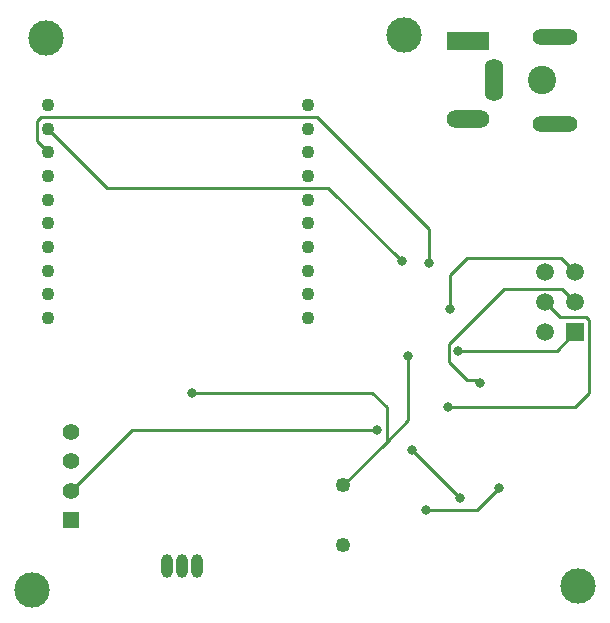
<source format=gbl>
G04*
G04 #@! TF.GenerationSoftware,Altium Limited,Altium Designer,20.2.3 (150)*
G04*
G04 Layer_Physical_Order=2*
G04 Layer_Color=16711680*
%FSLAX25Y25*%
%MOIN*%
G70*
G04*
G04 #@! TF.SameCoordinates,EDF52478-F8C3-47BA-AB45-1EA7DCE04F01*
G04*
G04*
G04 #@! TF.FilePolarity,Positive*
G04*
G01*
G75*
%ADD14C,0.01000*%
%ADD22R,0.05906X0.05906*%
%ADD41R,0.14173X0.06299*%
G04:AMPARAMS|DCode=42|XSize=62.99mil|YSize=141.73mil|CornerRadius=31.5mil|HoleSize=0mil|Usage=FLASHONLY|Rotation=270.000|XOffset=0mil|YOffset=0mil|HoleType=Round|Shape=RoundedRectangle|*
%AMROUNDEDRECTD42*
21,1,0.06299,0.07874,0,0,270.0*
21,1,0.00000,0.14173,0,0,270.0*
1,1,0.06299,-0.03937,0.00000*
1,1,0.06299,-0.03937,0.00000*
1,1,0.06299,0.03937,0.00000*
1,1,0.06299,0.03937,0.00000*
%
%ADD42ROUNDEDRECTD42*%
G04:AMPARAMS|DCode=43|XSize=141.73mil|YSize=62.99mil|CornerRadius=31.5mil|HoleSize=0mil|Usage=FLASHONLY|Rotation=270.000|XOffset=0mil|YOffset=0mil|HoleType=Round|Shape=RoundedRectangle|*
%AMROUNDEDRECTD43*
21,1,0.14173,0.00000,0,0,270.0*
21,1,0.07874,0.06299,0,0,270.0*
1,1,0.06299,0.00000,-0.03937*
1,1,0.06299,0.00000,0.03937*
1,1,0.06299,0.00000,0.03937*
1,1,0.06299,0.00000,-0.03937*
%
%ADD43ROUNDEDRECTD43*%
%ADD44C,0.09449*%
G04:AMPARAMS|DCode=45|XSize=55.12mil|YSize=149.61mil|CornerRadius=27.56mil|HoleSize=0mil|Usage=FLASHONLY|Rotation=270.000|XOffset=0mil|YOffset=0mil|HoleType=Round|Shape=RoundedRectangle|*
%AMROUNDEDRECTD45*
21,1,0.05512,0.09449,0,0,270.0*
21,1,0.00000,0.14961,0,0,270.0*
1,1,0.05512,-0.04724,0.00000*
1,1,0.05512,-0.04724,0.00000*
1,1,0.05512,0.04724,0.00000*
1,1,0.05512,0.04724,0.00000*
%
%ADD45ROUNDEDRECTD45*%
%ADD52C,0.05575*%
%ADD53R,0.05575X0.05575*%
%ADD54C,0.11811*%
%ADD55C,0.04331*%
%ADD56O,0.03937X0.07874*%
%ADD57O,0.03937X0.07874*%
%ADD58C,0.05906*%
%ADD59C,0.04921*%
%ADD60C,0.03150*%
D14*
X155200Y33700D02*
X162500Y41000D01*
X138200Y33700D02*
X155200D01*
X125100Y56600D02*
X132400Y63900D01*
Y85276D01*
X105474Y141300D02*
X130126Y116648D01*
X31956Y141300D02*
X105474D01*
X12386Y160870D02*
X31956Y141300D01*
X133700Y53700D02*
X149500Y37900D01*
X20000Y40158D02*
X40342Y60500D01*
X121926D01*
X60300Y72700D02*
X120400D01*
X125100Y68000D01*
Y56600D02*
Y68000D01*
X110500Y42000D02*
X125100Y56600D01*
X8700Y156682D02*
X12386Y152996D01*
X8700Y156682D02*
Y163500D01*
X10000Y164800D01*
X102000D01*
X139300Y127500D01*
Y116024D02*
Y127500D01*
X154900Y77200D02*
X156100Y76000D01*
X152000Y77200D02*
X154900D01*
X145900Y83300D02*
X152000Y77200D01*
X145900Y83300D02*
Y89000D01*
X164400Y107500D01*
X183500D01*
X188000Y103000D01*
X146400Y100700D02*
Y112200D01*
X152000Y117800D01*
X183200D01*
X188000Y113000D01*
X145500Y68200D02*
X188000D01*
X192500Y72700D01*
Y97000D01*
X191500Y98000D02*
X192500Y97000D01*
X183000Y98000D02*
X191500D01*
X178000Y103000D02*
X183000Y98000D01*
X181900Y86900D02*
X188000Y93000D01*
X149024Y86900D02*
X181900D01*
D22*
X188000Y93000D02*
D03*
D41*
X152197Y189992D02*
D03*
D42*
Y164008D02*
D03*
D43*
X160858Y177000D02*
D03*
D44*
X177000D02*
D03*
D45*
X181331Y191567D02*
D03*
Y162433D02*
D03*
D52*
X20000Y59843D02*
D03*
Y50000D02*
D03*
Y40158D02*
D03*
D53*
Y30315D02*
D03*
D54*
X131000Y192000D02*
D03*
X189000Y8500D02*
D03*
X7000Y7000D02*
D03*
X11500Y191000D02*
D03*
D55*
X12386Y168744D02*
D03*
Y160870D02*
D03*
Y152996D02*
D03*
Y145122D02*
D03*
Y137248D02*
D03*
Y129374D02*
D03*
Y121500D02*
D03*
Y113626D02*
D03*
Y105752D02*
D03*
Y97878D02*
D03*
X99000D02*
D03*
Y105752D02*
D03*
Y113626D02*
D03*
Y121500D02*
D03*
Y129374D02*
D03*
Y137248D02*
D03*
Y145122D02*
D03*
Y152996D02*
D03*
Y160870D02*
D03*
Y168744D02*
D03*
D56*
X62000Y15000D02*
D03*
X52000D02*
D03*
D57*
X57000D02*
D03*
D58*
X178000Y93000D02*
D03*
X188000Y103000D02*
D03*
X178000D02*
D03*
X188000Y113000D02*
D03*
X178000D02*
D03*
D59*
X110500Y22000D02*
D03*
Y42000D02*
D03*
D60*
X162500Y41000D02*
D03*
X132400Y85276D02*
D03*
X130126Y116648D02*
D03*
X133700Y53700D02*
D03*
X149500Y37900D02*
D03*
X121926Y60500D02*
D03*
X60300Y72700D02*
D03*
X139300Y116024D02*
D03*
X138200Y33700D02*
D03*
X156100Y76000D02*
D03*
X146400Y100700D02*
D03*
X145500Y68200D02*
D03*
X149024Y86900D02*
D03*
M02*

</source>
